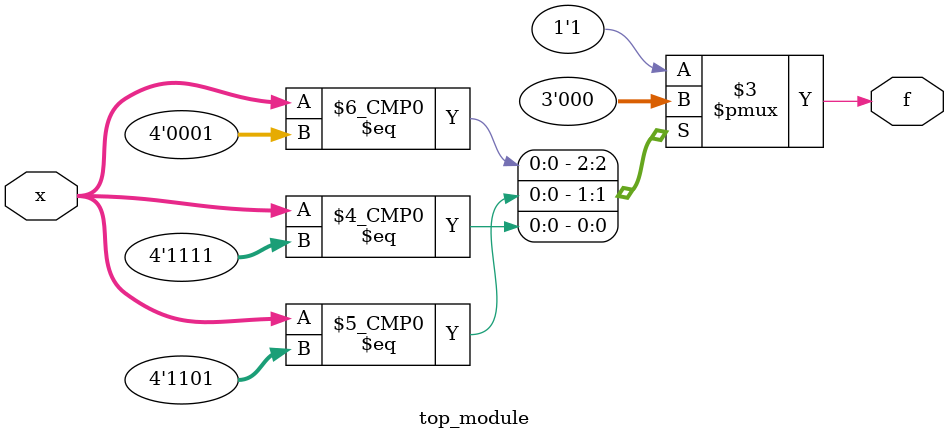
<source format=sv>
module top_module (
    input [4:1] x,
    output logic f
);

always_comb begin
    case ({x[4], x[3], x[2], x[1]})
        4'b0001: f = 1'b0;
        4'b0011: f = 1'b1;
        4'b0111: f = 1'b1;
        4'b1001: f = 1'b1;
        4'b1011: f = 1'b1;
        4'b1101: f = 1'b0;
        4'b1111: f = 1'b0;
        default: f = 1'b1; // Choosing 1 for don't-care cases
    endcase
end

endmodule

</source>
